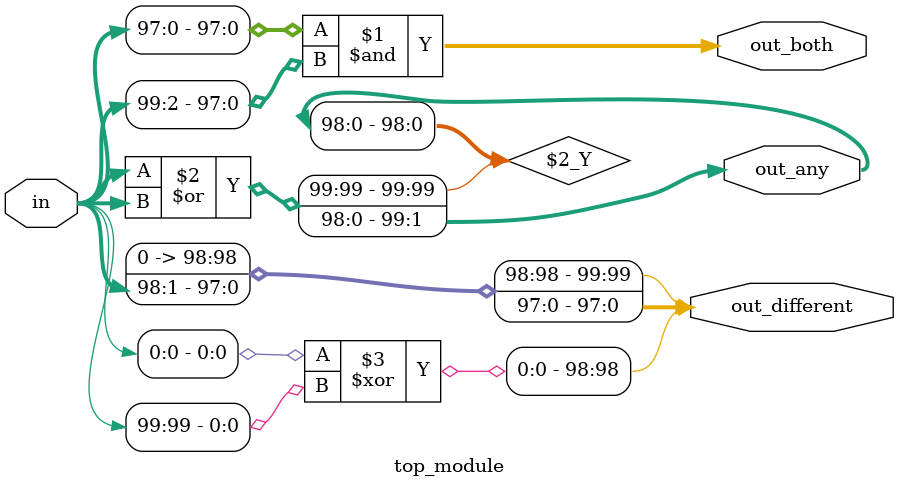
<source format=sv>
module top_module (
	input [99:0] in,
	output [98:0] out_both,
	output [99:1] out_any,
	output [99:0] out_different
);

	assign out_both = in[97:0] & in[99:2];
	assign out_any = in | in;
	assign out_different = {in[0] ^ in[99], in[98:1]};

endmodule

</source>
